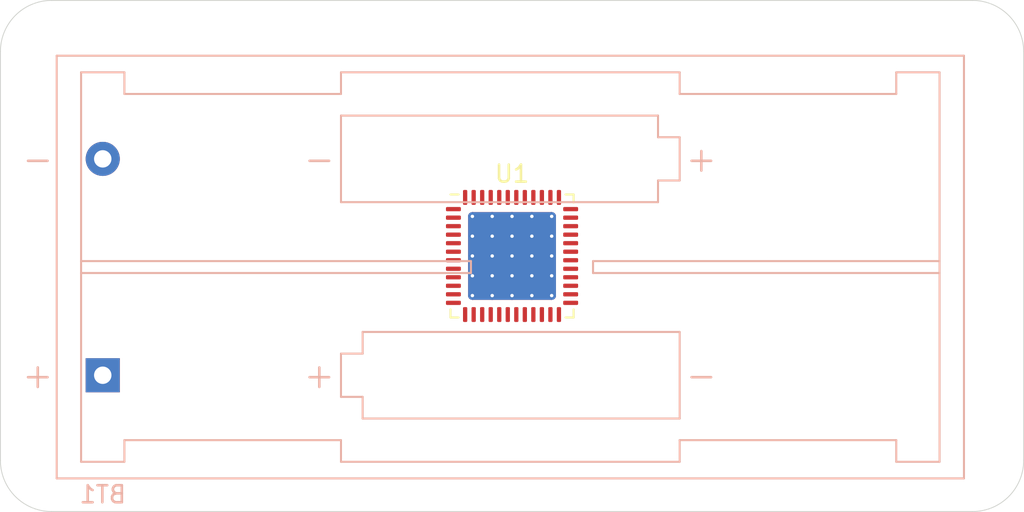
<source format=kicad_pcb>
(kicad_pcb (version 20171130) (host pcbnew 5.1.2-f72e74a~84~ubuntu19.04.1)

  (general
    (thickness 1.6)
    (drawings 8)
    (tracks 0)
    (zones 0)
    (modules 2)
    (nets 51)
  )

  (page A4)
  (layers
    (0 F.Cu signal)
    (31 B.Cu signal)
    (32 B.Adhes user)
    (33 F.Adhes user)
    (34 B.Paste user)
    (35 F.Paste user)
    (36 B.SilkS user)
    (37 F.SilkS user)
    (38 B.Mask user)
    (39 F.Mask user)
    (40 Dwgs.User user)
    (41 Cmts.User user)
    (42 Eco1.User user)
    (43 Eco2.User user)
    (44 Edge.Cuts user)
    (45 Margin user)
    (46 B.CrtYd user)
    (47 F.CrtYd user)
    (48 B.Fab user)
    (49 F.Fab user)
  )

  (setup
    (last_trace_width 0.25)
    (trace_clearance 0.2)
    (zone_clearance 0.508)
    (zone_45_only no)
    (trace_min 0.2)
    (via_size 0.8)
    (via_drill 0.4)
    (via_min_size 0.4)
    (via_min_drill 0.3)
    (uvia_size 0.3)
    (uvia_drill 0.1)
    (uvias_allowed no)
    (uvia_min_size 0.2)
    (uvia_min_drill 0.1)
    (edge_width 0.05)
    (segment_width 0.2)
    (pcb_text_width 0.3)
    (pcb_text_size 1.5 1.5)
    (mod_edge_width 0.12)
    (mod_text_size 1 1)
    (mod_text_width 0.15)
    (pad_size 1.524 1.524)
    (pad_drill 0.762)
    (pad_to_mask_clearance 0.051)
    (solder_mask_min_width 0.25)
    (aux_axis_origin 0 0)
    (visible_elements FFFFFF7F)
    (pcbplotparams
      (layerselection 0x010fc_ffffffff)
      (usegerberextensions false)
      (usegerberattributes false)
      (usegerberadvancedattributes false)
      (creategerberjobfile false)
      (excludeedgelayer true)
      (linewidth 0.100000)
      (plotframeref false)
      (viasonmask false)
      (mode 1)
      (useauxorigin false)
      (hpglpennumber 1)
      (hpglpenspeed 20)
      (hpglpendiameter 15.000000)
      (psnegative false)
      (psa4output false)
      (plotreference true)
      (plotvalue true)
      (plotinvisibletext false)
      (padsonsilk false)
      (subtractmaskfromsilk false)
      (outputformat 1)
      (mirror false)
      (drillshape 1)
      (scaleselection 1)
      (outputdirectory ""))
  )

  (net 0 "")
  (net 1 "Net-(BT1-Pad2)")
  (net 2 "Net-(BT1-Pad1)")
  (net 3 "Net-(U1-Pad48)")
  (net 4 "Net-(U1-Pad47)")
  (net 5 "Net-(U1-Pad46)")
  (net 6 "Net-(U1-Pad45)")
  (net 7 "Net-(U1-Pad44)")
  (net 8 "Net-(U1-Pad43)")
  (net 9 "Net-(U1-Pad42)")
  (net 10 "Net-(U1-Pad41)")
  (net 11 "Net-(U1-Pad40)")
  (net 12 "Net-(U1-Pad39)")
  (net 13 "Net-(U1-Pad38)")
  (net 14 "Net-(U1-Pad37)")
  (net 15 "Net-(U1-Pad36)")
  (net 16 "Net-(U1-Pad35)")
  (net 17 "Net-(U1-Pad34)")
  (net 18 "Net-(U1-Pad33)")
  (net 19 "Net-(U1-Pad32)")
  (net 20 "Net-(U1-Pad31)")
  (net 21 "Net-(U1-Pad30)")
  (net 22 "Net-(U1-Pad29)")
  (net 23 "Net-(U1-Pad28)")
  (net 24 "Net-(U1-Pad27)")
  (net 25 "Net-(U1-Pad26)")
  (net 26 "Net-(U1-Pad25)")
  (net 27 "Net-(U1-Pad24)")
  (net 28 "Net-(U1-Pad23)")
  (net 29 "Net-(U1-Pad22)")
  (net 30 "Net-(U1-Pad21)")
  (net 31 "Net-(U1-Pad20)")
  (net 32 "Net-(U1-Pad19)")
  (net 33 "Net-(U1-Pad18)")
  (net 34 "Net-(U1-Pad17)")
  (net 35 "Net-(U1-Pad16)")
  (net 36 "Net-(U1-Pad15)")
  (net 37 "Net-(U1-Pad14)")
  (net 38 "Net-(U1-Pad13)")
  (net 39 "Net-(U1-Pad12)")
  (net 40 "Net-(U1-Pad11)")
  (net 41 "Net-(U1-Pad10)")
  (net 42 "Net-(U1-Pad9)")
  (net 43 "Net-(U1-Pad8)")
  (net 44 "Net-(U1-Pad6)")
  (net 45 "Net-(U1-Pad5)")
  (net 46 "Net-(U1-Pad4)")
  (net 47 "Net-(U1-Pad3)")
  (net 48 "Net-(U1-Pad2)")
  (net 49 "Net-(U1-Pad1)")
  (net 50 "Net-(U1-Pad49)")

  (net_class Default "This is the default net class."
    (clearance 0.2)
    (trace_width 0.25)
    (via_dia 0.8)
    (via_drill 0.4)
    (uvia_dia 0.3)
    (uvia_drill 0.1)
    (add_net "Net-(BT1-Pad1)")
    (add_net "Net-(BT1-Pad2)")
    (add_net "Net-(U1-Pad1)")
    (add_net "Net-(U1-Pad10)")
    (add_net "Net-(U1-Pad11)")
    (add_net "Net-(U1-Pad12)")
    (add_net "Net-(U1-Pad13)")
    (add_net "Net-(U1-Pad14)")
    (add_net "Net-(U1-Pad15)")
    (add_net "Net-(U1-Pad16)")
    (add_net "Net-(U1-Pad17)")
    (add_net "Net-(U1-Pad18)")
    (add_net "Net-(U1-Pad19)")
    (add_net "Net-(U1-Pad2)")
    (add_net "Net-(U1-Pad20)")
    (add_net "Net-(U1-Pad21)")
    (add_net "Net-(U1-Pad22)")
    (add_net "Net-(U1-Pad23)")
    (add_net "Net-(U1-Pad24)")
    (add_net "Net-(U1-Pad25)")
    (add_net "Net-(U1-Pad26)")
    (add_net "Net-(U1-Pad27)")
    (add_net "Net-(U1-Pad28)")
    (add_net "Net-(U1-Pad29)")
    (add_net "Net-(U1-Pad3)")
    (add_net "Net-(U1-Pad30)")
    (add_net "Net-(U1-Pad31)")
    (add_net "Net-(U1-Pad32)")
    (add_net "Net-(U1-Pad33)")
    (add_net "Net-(U1-Pad34)")
    (add_net "Net-(U1-Pad35)")
    (add_net "Net-(U1-Pad36)")
    (add_net "Net-(U1-Pad37)")
    (add_net "Net-(U1-Pad38)")
    (add_net "Net-(U1-Pad39)")
    (add_net "Net-(U1-Pad4)")
    (add_net "Net-(U1-Pad40)")
    (add_net "Net-(U1-Pad41)")
    (add_net "Net-(U1-Pad42)")
    (add_net "Net-(U1-Pad43)")
    (add_net "Net-(U1-Pad44)")
    (add_net "Net-(U1-Pad45)")
    (add_net "Net-(U1-Pad46)")
    (add_net "Net-(U1-Pad47)")
    (add_net "Net-(U1-Pad48)")
    (add_net "Net-(U1-Pad49)")
    (add_net "Net-(U1-Pad5)")
    (add_net "Net-(U1-Pad6)")
    (add_net "Net-(U1-Pad8)")
    (add_net "Net-(U1-Pad9)")
  )

  (module Package_DFN_QFN:QFN-48-1EP_7x7mm_P0.5mm_EP5.15x5.15mm_ThermalVias (layer F.Cu) (tedit 5C26A111) (tstamp 5D016F71)
    (at 130 65)
    (descr "QFN, 48 Pin (http://www.analog.com/media/en/package-pcb-resources/package/pkg_pdf/ltc-legacy-qfn/QFN_48_05-08-1704.pdf), generated with kicad-footprint-generator ipc_dfn_qfn_generator.py")
    (tags "QFN DFN_QFN")
    (path /5D019B84)
    (attr smd)
    (fp_text reference U1 (at 0 -4.82) (layer F.SilkS)
      (effects (font (size 1 1) (thickness 0.15)))
    )
    (fp_text value CC1352R (at 0 4.82) (layer F.Fab)
      (effects (font (size 1 1) (thickness 0.15)))
    )
    (fp_text user %R (at 0 0) (layer F.Fab)
      (effects (font (size 1 1) (thickness 0.15)))
    )
    (fp_line (start 4.12 -4.12) (end -4.12 -4.12) (layer F.CrtYd) (width 0.05))
    (fp_line (start 4.12 4.12) (end 4.12 -4.12) (layer F.CrtYd) (width 0.05))
    (fp_line (start -4.12 4.12) (end 4.12 4.12) (layer F.CrtYd) (width 0.05))
    (fp_line (start -4.12 -4.12) (end -4.12 4.12) (layer F.CrtYd) (width 0.05))
    (fp_line (start -3.5 -2.5) (end -2.5 -3.5) (layer F.Fab) (width 0.1))
    (fp_line (start -3.5 3.5) (end -3.5 -2.5) (layer F.Fab) (width 0.1))
    (fp_line (start 3.5 3.5) (end -3.5 3.5) (layer F.Fab) (width 0.1))
    (fp_line (start 3.5 -3.5) (end 3.5 3.5) (layer F.Fab) (width 0.1))
    (fp_line (start -2.5 -3.5) (end 3.5 -3.5) (layer F.Fab) (width 0.1))
    (fp_line (start -3.135 -3.61) (end -3.61 -3.61) (layer F.SilkS) (width 0.12))
    (fp_line (start 3.61 3.61) (end 3.61 3.135) (layer F.SilkS) (width 0.12))
    (fp_line (start 3.135 3.61) (end 3.61 3.61) (layer F.SilkS) (width 0.12))
    (fp_line (start -3.61 3.61) (end -3.61 3.135) (layer F.SilkS) (width 0.12))
    (fp_line (start -3.135 3.61) (end -3.61 3.61) (layer F.SilkS) (width 0.12))
    (fp_line (start 3.61 -3.61) (end 3.61 -3.135) (layer F.SilkS) (width 0.12))
    (fp_line (start 3.135 -3.61) (end 3.61 -3.61) (layer F.SilkS) (width 0.12))
    (pad 48 smd roundrect (at -2.75 -3.4375) (size 0.25 0.875) (layers F.Cu F.Paste F.Mask) (roundrect_rratio 0.25)
      (net 3 "Net-(U1-Pad48)"))
    (pad 47 smd roundrect (at -2.25 -3.4375) (size 0.25 0.875) (layers F.Cu F.Paste F.Mask) (roundrect_rratio 0.25)
      (net 4 "Net-(U1-Pad47)"))
    (pad 46 smd roundrect (at -1.75 -3.4375) (size 0.25 0.875) (layers F.Cu F.Paste F.Mask) (roundrect_rratio 0.25)
      (net 5 "Net-(U1-Pad46)"))
    (pad 45 smd roundrect (at -1.25 -3.4375) (size 0.25 0.875) (layers F.Cu F.Paste F.Mask) (roundrect_rratio 0.25)
      (net 6 "Net-(U1-Pad45)"))
    (pad 44 smd roundrect (at -0.75 -3.4375) (size 0.25 0.875) (layers F.Cu F.Paste F.Mask) (roundrect_rratio 0.25)
      (net 7 "Net-(U1-Pad44)"))
    (pad 43 smd roundrect (at -0.25 -3.4375) (size 0.25 0.875) (layers F.Cu F.Paste F.Mask) (roundrect_rratio 0.25)
      (net 8 "Net-(U1-Pad43)"))
    (pad 42 smd roundrect (at 0.25 -3.4375) (size 0.25 0.875) (layers F.Cu F.Paste F.Mask) (roundrect_rratio 0.25)
      (net 9 "Net-(U1-Pad42)"))
    (pad 41 smd roundrect (at 0.75 -3.4375) (size 0.25 0.875) (layers F.Cu F.Paste F.Mask) (roundrect_rratio 0.25)
      (net 10 "Net-(U1-Pad41)"))
    (pad 40 smd roundrect (at 1.25 -3.4375) (size 0.25 0.875) (layers F.Cu F.Paste F.Mask) (roundrect_rratio 0.25)
      (net 11 "Net-(U1-Pad40)"))
    (pad 39 smd roundrect (at 1.75 -3.4375) (size 0.25 0.875) (layers F.Cu F.Paste F.Mask) (roundrect_rratio 0.25)
      (net 12 "Net-(U1-Pad39)"))
    (pad 38 smd roundrect (at 2.25 -3.4375) (size 0.25 0.875) (layers F.Cu F.Paste F.Mask) (roundrect_rratio 0.25)
      (net 13 "Net-(U1-Pad38)"))
    (pad 37 smd roundrect (at 2.75 -3.4375) (size 0.25 0.875) (layers F.Cu F.Paste F.Mask) (roundrect_rratio 0.25)
      (net 14 "Net-(U1-Pad37)"))
    (pad 36 smd roundrect (at 3.4375 -2.75) (size 0.875 0.25) (layers F.Cu F.Paste F.Mask) (roundrect_rratio 0.25)
      (net 15 "Net-(U1-Pad36)"))
    (pad 35 smd roundrect (at 3.4375 -2.25) (size 0.875 0.25) (layers F.Cu F.Paste F.Mask) (roundrect_rratio 0.25)
      (net 16 "Net-(U1-Pad35)"))
    (pad 34 smd roundrect (at 3.4375 -1.75) (size 0.875 0.25) (layers F.Cu F.Paste F.Mask) (roundrect_rratio 0.25)
      (net 17 "Net-(U1-Pad34)"))
    (pad 33 smd roundrect (at 3.4375 -1.25) (size 0.875 0.25) (layers F.Cu F.Paste F.Mask) (roundrect_rratio 0.25)
      (net 18 "Net-(U1-Pad33)"))
    (pad 32 smd roundrect (at 3.4375 -0.75) (size 0.875 0.25) (layers F.Cu F.Paste F.Mask) (roundrect_rratio 0.25)
      (net 19 "Net-(U1-Pad32)"))
    (pad 31 smd roundrect (at 3.4375 -0.25) (size 0.875 0.25) (layers F.Cu F.Paste F.Mask) (roundrect_rratio 0.25)
      (net 20 "Net-(U1-Pad31)"))
    (pad 30 smd roundrect (at 3.4375 0.25) (size 0.875 0.25) (layers F.Cu F.Paste F.Mask) (roundrect_rratio 0.25)
      (net 21 "Net-(U1-Pad30)"))
    (pad 29 smd roundrect (at 3.4375 0.75) (size 0.875 0.25) (layers F.Cu F.Paste F.Mask) (roundrect_rratio 0.25)
      (net 22 "Net-(U1-Pad29)"))
    (pad 28 smd roundrect (at 3.4375 1.25) (size 0.875 0.25) (layers F.Cu F.Paste F.Mask) (roundrect_rratio 0.25)
      (net 23 "Net-(U1-Pad28)"))
    (pad 27 smd roundrect (at 3.4375 1.75) (size 0.875 0.25) (layers F.Cu F.Paste F.Mask) (roundrect_rratio 0.25)
      (net 24 "Net-(U1-Pad27)"))
    (pad 26 smd roundrect (at 3.4375 2.25) (size 0.875 0.25) (layers F.Cu F.Paste F.Mask) (roundrect_rratio 0.25)
      (net 25 "Net-(U1-Pad26)"))
    (pad 25 smd roundrect (at 3.4375 2.75) (size 0.875 0.25) (layers F.Cu F.Paste F.Mask) (roundrect_rratio 0.25)
      (net 26 "Net-(U1-Pad25)"))
    (pad 24 smd roundrect (at 2.75 3.4375) (size 0.25 0.875) (layers F.Cu F.Paste F.Mask) (roundrect_rratio 0.25)
      (net 27 "Net-(U1-Pad24)"))
    (pad 23 smd roundrect (at 2.25 3.4375) (size 0.25 0.875) (layers F.Cu F.Paste F.Mask) (roundrect_rratio 0.25)
      (net 28 "Net-(U1-Pad23)"))
    (pad 22 smd roundrect (at 1.75 3.4375) (size 0.25 0.875) (layers F.Cu F.Paste F.Mask) (roundrect_rratio 0.25)
      (net 29 "Net-(U1-Pad22)"))
    (pad 21 smd roundrect (at 1.25 3.4375) (size 0.25 0.875) (layers F.Cu F.Paste F.Mask) (roundrect_rratio 0.25)
      (net 30 "Net-(U1-Pad21)"))
    (pad 20 smd roundrect (at 0.75 3.4375) (size 0.25 0.875) (layers F.Cu F.Paste F.Mask) (roundrect_rratio 0.25)
      (net 31 "Net-(U1-Pad20)"))
    (pad 19 smd roundrect (at 0.25 3.4375) (size 0.25 0.875) (layers F.Cu F.Paste F.Mask) (roundrect_rratio 0.25)
      (net 32 "Net-(U1-Pad19)"))
    (pad 18 smd roundrect (at -0.25 3.4375) (size 0.25 0.875) (layers F.Cu F.Paste F.Mask) (roundrect_rratio 0.25)
      (net 33 "Net-(U1-Pad18)"))
    (pad 17 smd roundrect (at -0.75 3.4375) (size 0.25 0.875) (layers F.Cu F.Paste F.Mask) (roundrect_rratio 0.25)
      (net 34 "Net-(U1-Pad17)"))
    (pad 16 smd roundrect (at -1.25 3.4375) (size 0.25 0.875) (layers F.Cu F.Paste F.Mask) (roundrect_rratio 0.25)
      (net 35 "Net-(U1-Pad16)"))
    (pad 15 smd roundrect (at -1.75 3.4375) (size 0.25 0.875) (layers F.Cu F.Paste F.Mask) (roundrect_rratio 0.25)
      (net 36 "Net-(U1-Pad15)"))
    (pad 14 smd roundrect (at -2.25 3.4375) (size 0.25 0.875) (layers F.Cu F.Paste F.Mask) (roundrect_rratio 0.25)
      (net 37 "Net-(U1-Pad14)"))
    (pad 13 smd roundrect (at -2.75 3.4375) (size 0.25 0.875) (layers F.Cu F.Paste F.Mask) (roundrect_rratio 0.25)
      (net 38 "Net-(U1-Pad13)"))
    (pad 12 smd roundrect (at -3.4375 2.75) (size 0.875 0.25) (layers F.Cu F.Paste F.Mask) (roundrect_rratio 0.25)
      (net 39 "Net-(U1-Pad12)"))
    (pad 11 smd roundrect (at -3.4375 2.25) (size 0.875 0.25) (layers F.Cu F.Paste F.Mask) (roundrect_rratio 0.25)
      (net 40 "Net-(U1-Pad11)"))
    (pad 10 smd roundrect (at -3.4375 1.75) (size 0.875 0.25) (layers F.Cu F.Paste F.Mask) (roundrect_rratio 0.25)
      (net 41 "Net-(U1-Pad10)"))
    (pad 9 smd roundrect (at -3.4375 1.25) (size 0.875 0.25) (layers F.Cu F.Paste F.Mask) (roundrect_rratio 0.25)
      (net 42 "Net-(U1-Pad9)"))
    (pad 8 smd roundrect (at -3.4375 0.75) (size 0.875 0.25) (layers F.Cu F.Paste F.Mask) (roundrect_rratio 0.25)
      (net 43 "Net-(U1-Pad8)"))
    (pad 7 smd roundrect (at -3.4375 0.25) (size 0.875 0.25) (layers F.Cu F.Paste F.Mask) (roundrect_rratio 0.25))
    (pad 6 smd roundrect (at -3.4375 -0.25) (size 0.875 0.25) (layers F.Cu F.Paste F.Mask) (roundrect_rratio 0.25)
      (net 44 "Net-(U1-Pad6)"))
    (pad 5 smd roundrect (at -3.4375 -0.75) (size 0.875 0.25) (layers F.Cu F.Paste F.Mask) (roundrect_rratio 0.25)
      (net 45 "Net-(U1-Pad5)"))
    (pad 4 smd roundrect (at -3.4375 -1.25) (size 0.875 0.25) (layers F.Cu F.Paste F.Mask) (roundrect_rratio 0.25)
      (net 46 "Net-(U1-Pad4)"))
    (pad 3 smd roundrect (at -3.4375 -1.75) (size 0.875 0.25) (layers F.Cu F.Paste F.Mask) (roundrect_rratio 0.25)
      (net 47 "Net-(U1-Pad3)"))
    (pad 2 smd roundrect (at -3.4375 -2.25) (size 0.875 0.25) (layers F.Cu F.Paste F.Mask) (roundrect_rratio 0.25)
      (net 48 "Net-(U1-Pad2)"))
    (pad 1 smd roundrect (at -3.4375 -2.75) (size 0.875 0.25) (layers F.Cu F.Paste F.Mask) (roundrect_rratio 0.25)
      (net 49 "Net-(U1-Pad1)"))
    (pad "" smd roundrect (at 1.74375 1.74375) (size 0.997293 0.997293) (layers F.Paste) (roundrect_rratio 0.25))
    (pad "" smd roundrect (at 1.74375 0.58125) (size 0.997293 0.997293) (layers F.Paste) (roundrect_rratio 0.25))
    (pad "" smd roundrect (at 1.74375 -0.58125) (size 0.997293 0.997293) (layers F.Paste) (roundrect_rratio 0.25))
    (pad "" smd roundrect (at 1.74375 -1.74375) (size 0.997293 0.997293) (layers F.Paste) (roundrect_rratio 0.25))
    (pad "" smd roundrect (at 0.58125 1.74375) (size 0.997293 0.997293) (layers F.Paste) (roundrect_rratio 0.25))
    (pad "" smd roundrect (at 0.58125 0.58125) (size 0.997293 0.997293) (layers F.Paste) (roundrect_rratio 0.25))
    (pad "" smd roundrect (at 0.58125 -0.58125) (size 0.997293 0.997293) (layers F.Paste) (roundrect_rratio 0.25))
    (pad "" smd roundrect (at 0.58125 -1.74375) (size 0.997293 0.997293) (layers F.Paste) (roundrect_rratio 0.25))
    (pad "" smd roundrect (at -0.58125 1.74375) (size 0.997293 0.997293) (layers F.Paste) (roundrect_rratio 0.25))
    (pad "" smd roundrect (at -0.58125 0.58125) (size 0.997293 0.997293) (layers F.Paste) (roundrect_rratio 0.25))
    (pad "" smd roundrect (at -0.58125 -0.58125) (size 0.997293 0.997293) (layers F.Paste) (roundrect_rratio 0.25))
    (pad "" smd roundrect (at -0.58125 -1.74375) (size 0.997293 0.997293) (layers F.Paste) (roundrect_rratio 0.25))
    (pad "" smd roundrect (at -1.74375 1.74375) (size 0.997293 0.997293) (layers F.Paste) (roundrect_rratio 0.25))
    (pad "" smd roundrect (at -1.74375 0.58125) (size 0.997293 0.997293) (layers F.Paste) (roundrect_rratio 0.25))
    (pad "" smd roundrect (at -1.74375 -0.58125) (size 0.997293 0.997293) (layers F.Paste) (roundrect_rratio 0.25))
    (pad "" smd roundrect (at -1.74375 -1.74375) (size 0.997293 0.997293) (layers F.Paste) (roundrect_rratio 0.25))
    (pad 49 smd roundrect (at 0 0) (size 5.15 5.15) (layers B.Cu) (roundrect_rratio 0.048544)
      (net 50 "Net-(U1-Pad49)"))
    (pad 49 thru_hole circle (at 2.325 2.325) (size 0.5 0.5) (drill 0.2) (layers *.Cu)
      (net 50 "Net-(U1-Pad49)"))
    (pad 49 thru_hole circle (at 1.1625 2.325) (size 0.5 0.5) (drill 0.2) (layers *.Cu)
      (net 50 "Net-(U1-Pad49)"))
    (pad 49 thru_hole circle (at 0 2.325) (size 0.5 0.5) (drill 0.2) (layers *.Cu)
      (net 50 "Net-(U1-Pad49)"))
    (pad 49 thru_hole circle (at -1.1625 2.325) (size 0.5 0.5) (drill 0.2) (layers *.Cu)
      (net 50 "Net-(U1-Pad49)"))
    (pad 49 thru_hole circle (at -2.325 2.325) (size 0.5 0.5) (drill 0.2) (layers *.Cu)
      (net 50 "Net-(U1-Pad49)"))
    (pad 49 thru_hole circle (at 2.325 1.1625) (size 0.5 0.5) (drill 0.2) (layers *.Cu)
      (net 50 "Net-(U1-Pad49)"))
    (pad 49 thru_hole circle (at 1.1625 1.1625) (size 0.5 0.5) (drill 0.2) (layers *.Cu)
      (net 50 "Net-(U1-Pad49)"))
    (pad 49 thru_hole circle (at 0 1.1625) (size 0.5 0.5) (drill 0.2) (layers *.Cu)
      (net 50 "Net-(U1-Pad49)"))
    (pad 49 thru_hole circle (at -1.1625 1.1625) (size 0.5 0.5) (drill 0.2) (layers *.Cu)
      (net 50 "Net-(U1-Pad49)"))
    (pad 49 thru_hole circle (at -2.325 1.1625) (size 0.5 0.5) (drill 0.2) (layers *.Cu)
      (net 50 "Net-(U1-Pad49)"))
    (pad 49 thru_hole circle (at 2.325 0) (size 0.5 0.5) (drill 0.2) (layers *.Cu)
      (net 50 "Net-(U1-Pad49)"))
    (pad 49 thru_hole circle (at 1.1625 0) (size 0.5 0.5) (drill 0.2) (layers *.Cu)
      (net 50 "Net-(U1-Pad49)"))
    (pad 49 thru_hole circle (at 0 0) (size 0.5 0.5) (drill 0.2) (layers *.Cu)
      (net 50 "Net-(U1-Pad49)"))
    (pad 49 thru_hole circle (at -1.1625 0) (size 0.5 0.5) (drill 0.2) (layers *.Cu)
      (net 50 "Net-(U1-Pad49)"))
    (pad 49 thru_hole circle (at -2.325 0) (size 0.5 0.5) (drill 0.2) (layers *.Cu)
      (net 50 "Net-(U1-Pad49)"))
    (pad 49 thru_hole circle (at 2.325 -1.1625) (size 0.5 0.5) (drill 0.2) (layers *.Cu)
      (net 50 "Net-(U1-Pad49)"))
    (pad 49 thru_hole circle (at 1.1625 -1.1625) (size 0.5 0.5) (drill 0.2) (layers *.Cu)
      (net 50 "Net-(U1-Pad49)"))
    (pad 49 thru_hole circle (at 0 -1.1625) (size 0.5 0.5) (drill 0.2) (layers *.Cu)
      (net 50 "Net-(U1-Pad49)"))
    (pad 49 thru_hole circle (at -1.1625 -1.1625) (size 0.5 0.5) (drill 0.2) (layers *.Cu)
      (net 50 "Net-(U1-Pad49)"))
    (pad 49 thru_hole circle (at -2.325 -1.1625) (size 0.5 0.5) (drill 0.2) (layers *.Cu)
      (net 50 "Net-(U1-Pad49)"))
    (pad 49 thru_hole circle (at 2.325 -2.325) (size 0.5 0.5) (drill 0.2) (layers *.Cu)
      (net 50 "Net-(U1-Pad49)"))
    (pad 49 thru_hole circle (at 1.1625 -2.325) (size 0.5 0.5) (drill 0.2) (layers *.Cu)
      (net 50 "Net-(U1-Pad49)"))
    (pad 49 thru_hole circle (at 0 -2.325) (size 0.5 0.5) (drill 0.2) (layers *.Cu)
      (net 50 "Net-(U1-Pad49)"))
    (pad 49 thru_hole circle (at -1.1625 -2.325) (size 0.5 0.5) (drill 0.2) (layers *.Cu)
      (net 50 "Net-(U1-Pad49)"))
    (pad 49 thru_hole circle (at -2.325 -2.325) (size 0.5 0.5) (drill 0.2) (layers *.Cu)
      (net 50 "Net-(U1-Pad49)"))
    (pad 49 smd roundrect (at 0 0) (size 5.15 5.15) (layers F.Cu F.Mask) (roundrect_rratio 0.048544)
      (net 50 "Net-(U1-Pad49)"))
    (model ${KISYS3DMOD}/Package_DFN_QFN.3dshapes/QFN-48-1EP_7x7mm_P0.5mm_EP5.15x5.15mm.wrl
      (at (xyz 0 0 0))
      (scale (xyz 1 1 1))
      (rotate (xyz 0 0 0))
    )
  )

  (module Battery:BatteryHolder_Keystone_2468_2xAAA (layer B.Cu) (tedit 5C9A5FE6) (tstamp 5D016631)
    (at 106 72)
    (descr "2xAAA cell battery holder, Keystone P/N 2468, http://www.keyelco.com/product-pdf.cfm?p=1033")
    (tags "AAA battery cell holder")
    (path /5D017032)
    (fp_text reference BT1 (at 0 7) (layer B.SilkS)
      (effects (font (size 1 1) (thickness 0.15)) (justify mirror))
    )
    (fp_text value Battery (at 23.9 -7.35) (layer B.Fab)
      (effects (font (size 1 1) (thickness 0.15)) (justify mirror))
    )
    (fp_text user + (at 35.1 -12.7) (layer B.SilkS)
      (effects (font (size 1.5 1.5) (thickness 0.15)) (justify mirror))
    )
    (fp_text user - (at 12.7 -12.7) (layer B.SilkS)
      (effects (font (size 1.5 1.5) (thickness 0.15)) (justify mirror))
    )
    (fp_text user - (at 35.1 0) (layer B.SilkS)
      (effects (font (size 1.5 1.5) (thickness 0.15)) (justify mirror))
    )
    (fp_text user + (at 12.7 0) (layer B.SilkS)
      (effects (font (size 1.5 1.5) (thickness 0.15)) (justify mirror))
    )
    (fp_text user - (at -3.81 -12.7) (layer B.SilkS)
      (effects (font (size 1.5 1.5) (thickness 0.15)) (justify mirror))
    )
    (fp_text user + (at -3.81 0) (layer B.SilkS)
      (effects (font (size 1.5 1.5) (thickness 0.15)) (justify mirror))
    )
    (fp_line (start -2.59 5.945) (end 50.39 5.945) (layer B.Fab) (width 0.1))
    (fp_line (start -2.59 -18.645) (end 50.39 -18.645) (layer B.Fab) (width 0.1))
    (fp_line (start 50.39 -18.645) (end 50.39 5.945) (layer B.Fab) (width 0.1))
    (fp_line (start -2.59 -18.645) (end -2.59 5.945) (layer B.Fab) (width 0.1))
    (fp_line (start 46.53 -17.78) (end 46.53 -16.51) (layer B.SilkS) (width 0.12))
    (fp_line (start 49.07 -17.78) (end 46.53 -17.78) (layer B.SilkS) (width 0.12))
    (fp_line (start 49.07 5.08) (end 49.07 -17.78) (layer B.SilkS) (width 0.12))
    (fp_line (start 46.53 5.08) (end 46.53 3.81) (layer B.SilkS) (width 0.12))
    (fp_line (start 49.07 5.08) (end 46.53 5.08) (layer B.SilkS) (width 0.12))
    (fp_line (start 1.27 -16.51) (end 13.97 -16.51) (layer B.SilkS) (width 0.12))
    (fp_line (start 1.27 -17.78) (end 1.27 -16.51) (layer B.SilkS) (width 0.12))
    (fp_line (start -1.27 -17.78) (end 1.27 -17.78) (layer B.SilkS) (width 0.12))
    (fp_line (start -1.27 5.08) (end -1.27 -17.78) (layer B.SilkS) (width 0.12))
    (fp_line (start 1.27 5.08) (end -1.27 5.08) (layer B.SilkS) (width 0.12))
    (fp_line (start 1.27 3.81) (end 1.27 5.08) (layer B.SilkS) (width 0.12))
    (fp_line (start 1.27 3.81) (end 13.97 3.81) (layer B.SilkS) (width 0.12))
    (fp_line (start 46.53 -16.51) (end 33.83 -16.51) (layer B.SilkS) (width 0.12))
    (fp_line (start 13.97 5.08) (end 13.97 3.81) (layer B.SilkS) (width 0.12))
    (fp_line (start 33.83 5.08) (end 13.97 5.08) (layer B.SilkS) (width 0.12))
    (fp_line (start 33.83 3.81) (end 33.83 5.08) (layer B.SilkS) (width 0.12))
    (fp_line (start 46.53 3.81) (end 33.83 3.81) (layer B.SilkS) (width 0.12))
    (fp_line (start 33.83 -17.78) (end 33.83 -16.51) (layer B.SilkS) (width 0.12))
    (fp_line (start 13.97 -17.78) (end 33.83 -17.78) (layer B.SilkS) (width 0.12))
    (fp_line (start 13.97 -16.51) (end 13.97 -17.78) (layer B.SilkS) (width 0.12))
    (fp_line (start 28.75 -6.7) (end 49.07 -6.7) (layer B.SilkS) (width 0.12))
    (fp_line (start 28.75 -6) (end 28.75 -6.7) (layer B.SilkS) (width 0.12))
    (fp_line (start 49.07 -6) (end 28.75 -6) (layer B.SilkS) (width 0.12))
    (fp_line (start 21.59 -6.7) (end -1.27 -6.7) (layer B.SilkS) (width 0.12))
    (fp_line (start 21.59 -6) (end 21.59 -6.7) (layer B.SilkS) (width 0.12))
    (fp_line (start -1.27 -6) (end 21.59 -6) (layer B.SilkS) (width 0.12))
    (fp_line (start 33.83 2.54) (end 33.83 -2.54) (layer B.SilkS) (width 0.12))
    (fp_line (start 15.24 2.54) (end 33.83 2.54) (layer B.SilkS) (width 0.12))
    (fp_line (start 15.24 1.27) (end 15.24 2.54) (layer B.SilkS) (width 0.12))
    (fp_line (start 13.97 1.27) (end 15.24 1.27) (layer B.SilkS) (width 0.12))
    (fp_line (start 13.97 -1.27) (end 13.97 1.27) (layer B.SilkS) (width 0.12))
    (fp_line (start 15.24 -1.27) (end 13.97 -1.27) (layer B.SilkS) (width 0.12))
    (fp_line (start 15.24 -2.54) (end 15.24 -1.27) (layer B.SilkS) (width 0.12))
    (fp_line (start 33.83 -2.54) (end 15.24 -2.54) (layer B.SilkS) (width 0.12))
    (fp_line (start 32.56 -15.24) (end 13.97 -15.24) (layer B.SilkS) (width 0.12))
    (fp_line (start 32.56 -13.97) (end 32.56 -15.24) (layer B.SilkS) (width 0.12))
    (fp_line (start 33.83 -13.97) (end 32.56 -13.97) (layer B.SilkS) (width 0.12))
    (fp_line (start 33.83 -11.43) (end 33.83 -13.97) (layer B.SilkS) (width 0.12))
    (fp_line (start 32.56 -11.43) (end 33.83 -11.43) (layer B.SilkS) (width 0.12))
    (fp_line (start 32.56 -10.16) (end 32.56 -11.43) (layer B.SilkS) (width 0.12))
    (fp_line (start 13.97 -10.16) (end 32.56 -10.16) (layer B.SilkS) (width 0.12))
    (fp_line (start 13.97 -15.24) (end 13.97 -10.16) (layer B.SilkS) (width 0.12))
    (fp_line (start 50.5 6.055) (end -2.7 6.055) (layer B.SilkS) (width 0.12))
    (fp_line (start -2.7 6.05) (end -2.7 -18.75) (layer B.SilkS) (width 0.12))
    (fp_line (start -2.7 -18.755) (end 50.5 -18.755) (layer B.SilkS) (width 0.12))
    (fp_line (start 50.5 -18.75) (end 50.5 6.05) (layer B.SilkS) (width 0.12))
    (fp_line (start 50.89 6.45) (end -3.09 6.45) (layer B.CrtYd) (width 0.05))
    (fp_line (start -3.09 6.45) (end -3.09 -19.15) (layer B.CrtYd) (width 0.05))
    (fp_line (start -3.09 -19.15) (end 50.89 -19.15) (layer B.CrtYd) (width 0.05))
    (fp_line (start 50.89 -19.15) (end 50.89 6.45) (layer B.CrtYd) (width 0.05))
    (fp_text user %R (at 23.9 -5.35) (layer B.Fab)
      (effects (font (size 1 1) (thickness 0.15)) (justify mirror))
    )
    (pad "" np_thru_hole circle (at 38.61 -8.7) (size 3.45 3.45) (drill 3.45) (layers *.Cu *.Mask))
    (pad "" np_thru_hole circle (at 8.64 -4) (size 3.45 3.45) (drill 3.45) (layers *.Cu))
    (pad 2 thru_hole circle (at 0 -12.7) (size 2 2) (drill 1.02) (layers *.Cu *.Mask)
      (net 1 "Net-(BT1-Pad2)"))
    (pad 1 thru_hole rect (at 0 0) (size 2 2) (drill 1.02) (layers *.Cu *.Mask)
      (net 2 "Net-(BT1-Pad1)"))
    (model ${KISYS3DMOD}/Battery.3dshapes/BatteryHolder_Keystone_2468_2xAAA.wrl
      (at (xyz 0 0 0))
      (scale (xyz 1 1 1))
      (rotate (xyz 0 0 0))
    )
  )

  (gr_arc (start 103 53) (end 103 50) (angle -90) (layer Edge.Cuts) (width 0.05))
  (gr_arc (start 103 77) (end 100 77) (angle -90) (layer Edge.Cuts) (width 0.05))
  (gr_arc (start 157 77) (end 157 80) (angle -90) (layer Edge.Cuts) (width 0.05))
  (gr_arc (start 157 53) (end 160 53) (angle -90) (layer Edge.Cuts) (width 0.05))
  (gr_line (start 100 77) (end 100 53) (layer Edge.Cuts) (width 0.05) (tstamp 5D0165A7))
  (gr_line (start 157 80) (end 103 80) (layer Edge.Cuts) (width 0.05))
  (gr_line (start 160 53) (end 160 77) (layer Edge.Cuts) (width 0.05))
  (gr_line (start 103 50) (end 157 50) (layer Edge.Cuts) (width 0.05))

)

</source>
